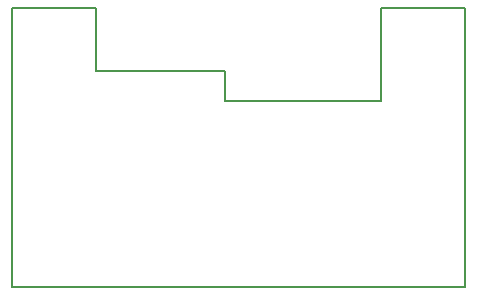
<source format=gbr>
G04 #@! TF.GenerationSoftware,KiCad,Pcbnew,(5.1.7)-1*
G04 #@! TF.CreationDate,2020-11-02T05:36:22-07:00*
G04 #@! TF.ProjectId,Buttons,42757474-6f6e-4732-9e6b-696361645f70,rev?*
G04 #@! TF.SameCoordinates,PX7b89fa0PY567a2f0*
G04 #@! TF.FileFunction,Profile,NP*
%FSLAX46Y46*%
G04 Gerber Fmt 4.6, Leading zero omitted, Abs format (unit mm)*
G04 Created by KiCad (PCBNEW (5.1.7)-1) date 2020-11-02 05:36:22*
%MOMM*%
%LPD*%
G01*
G04 APERTURE LIST*
G04 #@! TA.AperFunction,Profile*
%ADD10C,0.150000*%
G04 #@! TD*
G04 APERTURE END LIST*
D10*
X18034000Y15748000D02*
X18034000Y18288000D01*
X31242000Y15748000D02*
X18034000Y15748000D01*
X7112000Y18288000D02*
X18034000Y18288000D01*
X31242000Y23622000D02*
X31242000Y15748000D01*
X38354000Y23622000D02*
X31242000Y23622000D01*
X38354000Y18288000D02*
X38354000Y23622000D01*
X0Y23622000D02*
X7112000Y23622000D01*
X7112000Y18288000D02*
X7112000Y23622000D01*
X38354000Y0D02*
X38354000Y18288000D01*
X0Y0D02*
X38354000Y0D01*
X0Y23622000D02*
X0Y0D01*
M02*

</source>
